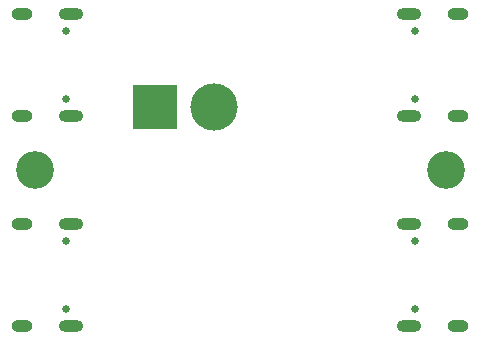
<source format=gbr>
%TF.GenerationSoftware,KiCad,Pcbnew,7.0.10*%
%TF.CreationDate,2024-02-21T00:47:17-06:00*%
%TF.ProjectId,Power-Module,506f7765-722d-44d6-9f64-756c652e6b69,rev?*%
%TF.SameCoordinates,Original*%
%TF.FileFunction,Soldermask,Bot*%
%TF.FilePolarity,Negative*%
%FSLAX46Y46*%
G04 Gerber Fmt 4.6, Leading zero omitted, Abs format (unit mm)*
G04 Created by KiCad (PCBNEW 7.0.10) date 2024-02-21 00:47:17*
%MOMM*%
%LPD*%
G01*
G04 APERTURE LIST*
%ADD10C,4.000000*%
%ADD11R,3.800000X3.800000*%
%ADD12C,3.200000*%
%ADD13O,1.800000X1.000000*%
%ADD14O,2.100000X1.000000*%
%ADD15C,0.650000*%
G04 APERTURE END LIST*
D10*
%TO.C,J5*%
X144232000Y-84836000D03*
D11*
X139232000Y-84836000D03*
%TD*%
D12*
%TO.C,H2*%
X163830000Y-90170000D03*
%TD*%
%TO.C,H1*%
X129032000Y-90170000D03*
%TD*%
D13*
%TO.C,J2*%
X127957000Y-85600000D03*
D14*
X132137000Y-85600000D03*
D13*
X127957000Y-76960000D03*
D14*
X132137000Y-76960000D03*
D15*
X131637000Y-84170000D03*
X131637000Y-78390000D03*
%TD*%
%TO.C,J3*%
X161225000Y-84170000D03*
X161225000Y-78390000D03*
D14*
X160725000Y-85600000D03*
D13*
X164905000Y-85600000D03*
D14*
X160725000Y-76960000D03*
D13*
X164905000Y-76960000D03*
%TD*%
D15*
%TO.C,J4*%
X161225000Y-101950000D03*
X161225000Y-96170000D03*
D14*
X160725000Y-103380000D03*
D13*
X164905000Y-103380000D03*
D14*
X160725000Y-94740000D03*
D13*
X164905000Y-94740000D03*
%TD*%
D15*
%TO.C,J1*%
X131637000Y-96170000D03*
X131637000Y-101950000D03*
D14*
X132137000Y-94740000D03*
D13*
X127957000Y-94740000D03*
D14*
X132137000Y-103380000D03*
D13*
X127957000Y-103380000D03*
%TD*%
M02*

</source>
